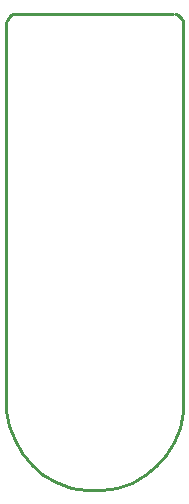
<source format=gko>
G04 ---------------------------- Layer name :KeepOutLayer *
G04 easyEDA 0.1*
G04 Scale: 100 percent, Rotated: No, Reflected: No *
G04 Dimensions in inches *
G04 leading zeros omitted , absolute positions ,2 integer and 4 * 
%FSLAX24Y24*%
%MOIN*%
G90*
G70D02*

%ADD10C,0.010000*%
G54D10*
G01X5619Y15799D02*
G01X403Y15799D01*
G01X346Y15794D01*
G01X288Y15779D01*
G01X234Y15753D01*
G01X186Y15718D01*
G01X144Y15675D01*
G01X109Y15625D01*
G01X82Y15569D01*
G01X65Y15509D01*
G01X57Y15444D01*
G01X57Y15195D01*
G01X57Y2853D01*
G01X71Y2560D01*
G01X167Y2050D01*
G01X346Y1575D01*
G01X601Y1143D01*
G01X922Y762D01*
G01X1303Y440D01*
G01X1735Y186D01*
G01X2210Y7D01*
G01X2720Y-88D01*
G01X3252Y-92D01*
G01X3765Y-5D01*
G01X4244Y166D01*
G01X4680Y414D01*
G01X5066Y730D01*
G01X5393Y1106D01*
G01X5654Y1534D01*
G01X5840Y2005D01*
G01X5944Y2512D01*
G01X5963Y2850D01*
G01X5963Y15438D01*
G01X5956Y15503D01*
G01X5940Y15564D01*
G01X5914Y15621D01*
G01X5880Y15671D01*
G01X5839Y15714D01*
G01X5791Y15750D01*
G01X5738Y15777D01*
G01X5680Y15794D01*

%LPD*%

M00*
M02*
</source>
